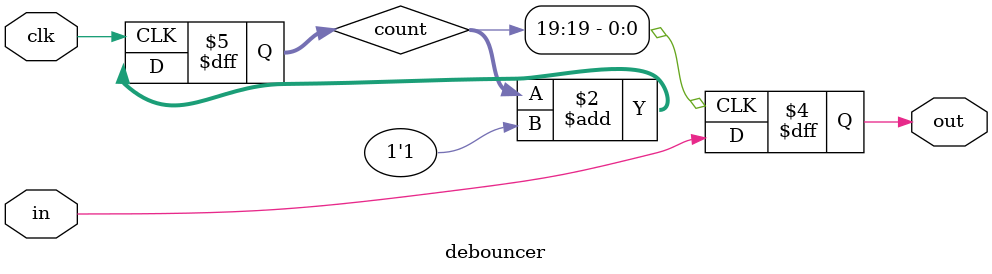
<source format=v>
/*
    debouncer: standard debouncer for the signal inputted through in,
    outputting the debunced signal through out.
*/
module debouncer (input clk,
                  input in,
                  output reg out);
    
    reg [19:0] count;
    
    always @(posedge clk)
        count <= count + 1'b1;
    
    always @(posedge count[19])
        out <= in;
    
endmodule

</source>
